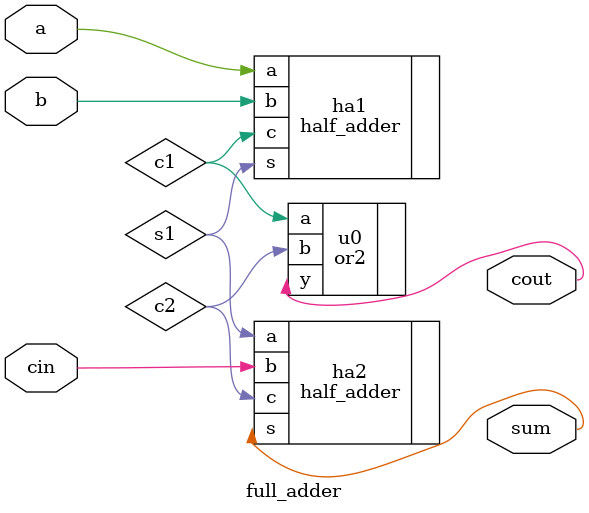
<source format=v>
module full_adder(input a, input b, input cin, output sum, output cout);
  
  wire s1, c1, c2;  // intermediate signals
  
  // First half adder: adds a and b
  half_adder ha1 (.a(a), .b(b), .s(s1), .c(c1));
  
  // Second half adder: adds result from first HA with carry-in
  half_adder ha2 (.a(s1), .b(cin), .s(sum), .c(c2));
  
  // OR gate: combines carry outputs from both half adders
  or2 u0 (.a(c1), .b(c2), .y(cout));
  
endmodule

</source>
